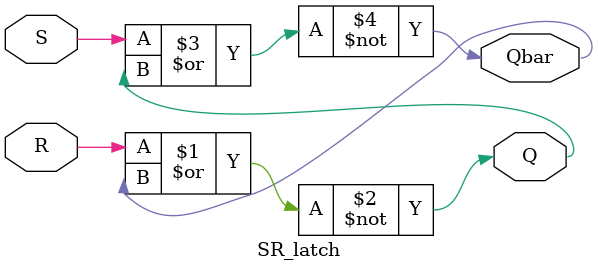
<source format=v>
`timescale 1ns / 1ps


module SR_latch(
 input S, R,       
    output Q, Qbar  
    );
    assign Q     = ~(R | Qbar); 
    assign Qbar  = ~(S | Q);    
endmodule

</source>
